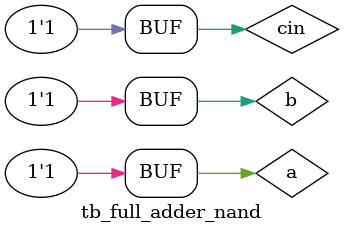
<source format=v>
module full_adder_nand(sum,cout,a,b,cin);
    input a,b,cin;
   output sum,cout;
  
  wire w1, w2, w3;
 
  nand n1(w1, a, b);
  nand n2(w2, a, cin);
  nand n3(w3, b, cin);
  nand n4(s, w1, w2);
  nand n5(cout, w1, w3);
  
endmodule

module tb_full_adder_nand;
  
  reg a,b,cin;
  wire  sum,cout;

  full_adder_nand fa(sum,cout,a,b,cin);

    
    initial begin
            a = 0;b = 0;cin = 0;
        #10;a = 0;b = 1;cin = 0;
        #10;a = 1;b = 0;cin = 1;
        #10;a = 1;b = 1;cin = 1;
    end 
  initial
        
    $monitor($time,"\t, a=%b, b=%b, cin=%b,",a,b,cin);
endmodule
</source>
